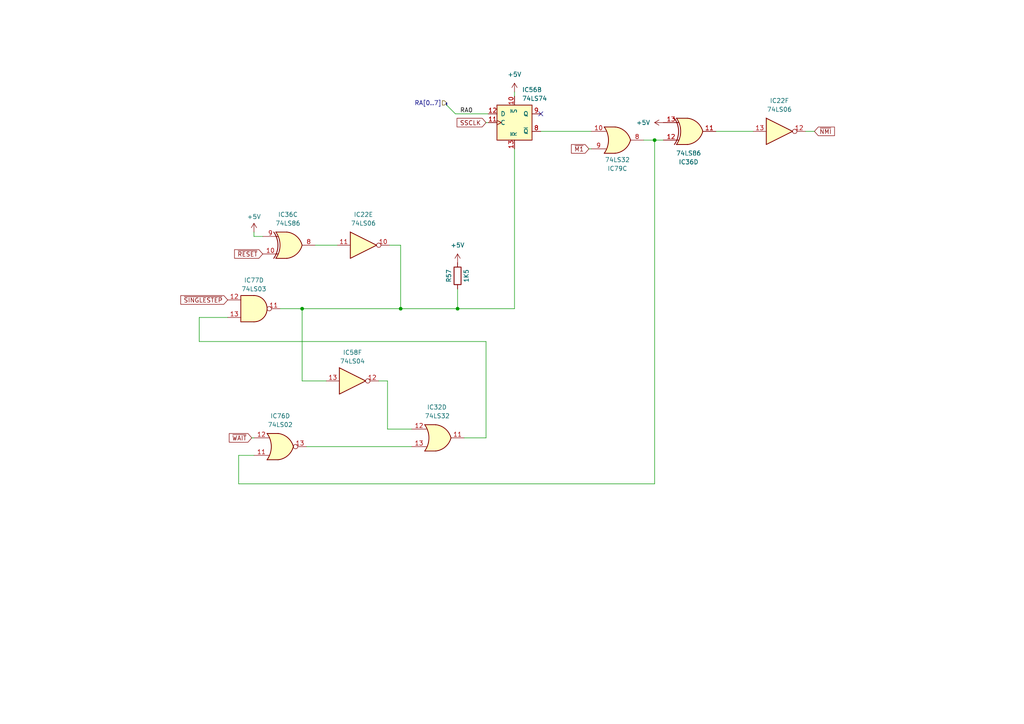
<source format=kicad_sch>
(kicad_sch (version 20230121) (generator eeschema)
  (paper "A4")
  (lib_symbols
    (symbol "74xx:74LS02" (pin_names (offset 1.016))
      (property "Reference" "U" (at 0 1.27 0))
      (property "Value" "74LS02" (at 0 -1.27 0))
      (symbol "74LS02_1_1"
        (arc (start -3.81 -3.81) (mid -2.589 0) (end -3.81 3.81) (stroke (width 0.254)))
        (arc (start -0.6096 -3.81) (mid 2.1842 -2.5851) (end 3.81 0) (stroke (width 0.254)) (fill (type background)))
        (polyline (pts (xy -3.81 -3.81) (xy -0.635 -3.81)) (stroke (width 0.254)) (fill (type background)))
        (polyline (pts (xy -3.81 3.81) (xy -0.635 3.81)) (stroke (width 0.254)) (fill (type background)))
        (polyline (pts (xy -0.635 3.81) (xy -3.81 3.81) (xy -3.81 3.81) (xy -3.556 3.4036) (xy -3.0226 2.2606) (xy -2.6924 1.0414) (xy -2.6162 -0.254) (xy -2.7686 -1.4986) (xy -3.175 -2.7178) (xy -3.81 -3.81) (xy -3.81 -3.81) (xy -0.635 -3.81)) (stroke (width -25.4)) (fill (type background)))
        (arc (start 3.81 0) (mid 2.1915 2.5936) (end -0.6096 3.81) (stroke (width 0.254)) (fill (type background)))
        (pin output inverted (at 7.62 0 180) (length 3.81) (name "~") (number "1"))
        (pin input line (at -7.62 2.54 0) (length 4.318) (name "~") (number "2"))
        (pin input line (at -7.62 -2.54 0) (length 4.318) (name "~") (number "3"))
      )
      (symbol "74LS02_1_2"
        (arc (start 0 -3.81) (mid 3.7934 0) (end 0 3.81) (stroke (width 0.254)) (fill (type background)))
        (polyline (pts (xy 0 3.81) (xy -3.81 3.81) (xy -3.81 -3.81) (xy 0 -3.81)) (stroke (width 0.254)) (fill (type background)))
        (pin output line (at 7.62 0 180) (length 3.81) (name "~") (number "1"))
        (pin input inverted (at -7.62 2.54 0) (length 3.81) (name "~") (number "2"))
        (pin input inverted (at -7.62 -2.54 0) (length 3.81) (name "~") (number "3"))
      )
      (symbol "74LS02_2_1"
        (arc (start -3.81 -3.81) (mid -2.589 0) (end -3.81 3.81) (stroke (width 0.254)))
        (arc (start -0.6096 -3.81) (mid 2.1842 -2.5851) (end 3.81 0) (stroke (width 0.254)) (fill (type background)))
        (polyline (pts (xy -3.81 -3.81) (xy -0.635 -3.81)) (stroke (width 0.254)) (fill (type background)))
        (polyline (pts (xy -3.81 3.81) (xy -0.635 3.81)) (stroke (width 0.254)) (fill (type background)))
        (polyline (pts (xy -0.635 3.81) (xy -3.81 3.81) (xy -3.81 3.81) (xy -3.556 3.4036) (xy -3.0226 2.2606) (xy -2.6924 1.0414) (xy -2.6162 -0.254) (xy -2.7686 -1.4986) (xy -3.175 -2.7178) (xy -3.81 -3.81) (xy -3.81 -3.81) (xy -0.635 -3.81)) (stroke (width -25.4)) (fill (type background)))
        (arc (start 3.81 0) (mid 2.1915 2.5936) (end -0.6096 3.81) (stroke (width 0.254)) (fill (type background)))
        (pin output inverted (at 7.62 0 180) (length 3.81) (name "~") (number "4"))
        (pin input line (at -7.62 2.54 0) (length 4.318) (name "~") (number "5"))
        (pin input line (at -7.62 -2.54 0) (length 4.318) (name "~") (number "6"))
      )
      (symbol "74LS02_2_2"
        (arc (start 0 -3.81) (mid 3.7934 0) (end 0 3.81) (stroke (width 0.254)) (fill (type background)))
        (polyline (pts (xy 0 3.81) (xy -3.81 3.81) (xy -3.81 -3.81) (xy 0 -3.81)) (stroke (width 0.254)) (fill (type background)))
        (pin output line (at 7.62 0 180) (length 3.81) (name "~") (number "4"))
        (pin input inverted (at -7.62 2.54 0) (length 3.81) (name "~") (number "5"))
        (pin input inverted (at -7.62 -2.54 0) (length 3.81) (name "~") (number "6"))
      )
      (symbol "74LS02_3_1"
        (arc (start -3.81 -3.81) (mid -2.589 0) (end -3.81 3.81) (stroke (width 0.254)))
        (arc (start -0.6096 -3.81) (mid 2.1842 -2.5851) (end 3.81 0) (stroke (width 0.254)) (fill (type background)))
        (polyline (pts (xy -3.81 -3.81) (xy -0.635 -3.81)) (stroke (width 0.254)) (fill (type background)))
        (polyline (pts (xy -3.81 3.81) (xy -0.635 3.81)) (stroke (width 0.254)) (fill (type background)))
        (polyline (pts (xy -0.635 3.81) (xy -3.81 3.81) (xy -3.81 3.81) (xy -3.556 3.4036) (xy -3.0226 2.2606) (xy -2.6924 1.0414) (xy -2.6162 -0.254) (xy -2.7686 -1.4986) (xy -3.175 -2.7178) (xy -3.81 -3.81) (xy -3.81 -3.81) (xy -0.635 -3.81)) (stroke (width -25.4)) (fill (type background)))
        (arc (start 3.81 0) (mid 2.1915 2.5936) (end -0.6096 3.81) (stroke (width 0.254)) (fill (type background)))
        (pin output inverted (at 7.62 0 180) (length 3.81) (name "~") (number "10"))
        (pin input line (at -7.62 2.54 0) (length 4.318) (name "~") (number "8"))
        (pin input line (at -7.62 -2.54 0) (length 4.318) (name "~") (number "9"))
      )
      (symbol "74LS02_3_2"
        (arc (start 0 -3.81) (mid 3.7934 0) (end 0 3.81) (stroke (width 0.254)) (fill (type background)))
        (polyline (pts (xy 0 3.81) (xy -3.81 3.81) (xy -3.81 -3.81) (xy 0 -3.81)) (stroke (width 0.254)) (fill (type background)))
        (pin output line (at 7.62 0 180) (length 3.81) (name "~") (number "10"))
        (pin input inverted (at -7.62 2.54 0) (length 3.81) (name "~") (number "8"))
        (pin input inverted (at -7.62 -2.54 0) (length 3.81) (name "~") (number "9"))
      )
      (symbol "74LS02_4_1"
        (arc (start -3.81 -3.81) (mid -2.589 0) (end -3.81 3.81) (stroke (width 0.254)))
        (arc (start -0.6096 -3.81) (mid 2.1842 -2.5851) (end 3.81 0) (stroke (width 0.254)) (fill (type background)))
        (polyline (pts (xy -3.81 -3.81) (xy -0.635 -3.81)) (stroke (width 0.254)) (fill (type background)))
        (polyline (pts (xy -3.81 3.81) (xy -0.635 3.81)) (stroke (width 0.254)) (fill (type background)))
        (polyline (pts (xy -0.635 3.81) (xy -3.81 3.81) (xy -3.81 3.81) (xy -3.556 3.4036) (xy -3.0226 2.2606) (xy -2.6924 1.0414) (xy -2.6162 -0.254) (xy -2.7686 -1.4986) (xy -3.175 -2.7178) (xy -3.81 -3.81) (xy -3.81 -3.81) (xy -0.635 -3.81)) (stroke (width -25.4)) (fill (type background)))
        (arc (start 3.81 0) (mid 2.1915 2.5936) (end -0.6096 3.81) (stroke (width 0.254)) (fill (type background)))
        (pin input line (at -7.62 2.54 0) (length 4.318) (name "~") (number "11"))
        (pin input line (at -7.62 -2.54 0) (length 4.318) (name "~") (number "12"))
        (pin output inverted (at 7.62 0 180) (length 3.81) (name "~") (number "13"))
      )
      (symbol "74LS02_4_2"
        (arc (start 0 -3.81) (mid 3.7934 0) (end 0 3.81) (stroke (width 0.254)) (fill (type background)))
        (polyline (pts (xy 0 3.81) (xy -3.81 3.81) (xy -3.81 -3.81) (xy 0 -3.81)) (stroke (width 0.254)) (fill (type background)))
        (pin input inverted (at -7.62 2.54 0) (length 3.81) (name "~") (number "11"))
        (pin input inverted (at -7.62 -2.54 0) (length 3.81) (name "~") (number "12"))
        (pin output line (at 7.62 0 180) (length 3.81) (name "~") (number "13"))
      )
      (symbol "74LS02_5_0"
        (pin power_in line (at 0 12.7 270) (length 5.08) (name "VCC") (number "14"))
        (pin power_in line (at 0 -12.7 90) (length 5.08) (name "GND") (number "7"))
      )
      (symbol "74LS02_5_1"
        (rectangle (start -5.08 7.62) (end 5.08 -7.62) (stroke (width 0.254)) (fill (type background)))
      )
    )
    (symbol "74xx:74LS03" (pin_names (offset 1.016))
      (property "Reference" "U" (at 0 1.27 0))
      (property "Value" "74LS03" (at 0 -1.27 0))
      (symbol "74LS03_1_1"
        (arc (start 0 -3.81) (mid 3.7934 0) (end 0 3.81) (stroke (width 0.254)) (fill (type background)))
        (polyline (pts (xy 0 3.81) (xy -3.81 3.81) (xy -3.81 -3.81) (xy 0 -3.81)) (stroke (width 0.254)) (fill (type background)))
        (pin input line (at -7.62 2.54 0) (length 3.81) (name "~") (number "1"))
        (pin input line (at -7.62 -2.54 0) (length 3.81) (name "~") (number "2"))
        (pin open_collector inverted (at 7.62 0 180) (length 3.81) (name "~") (number "3"))
      )
      (symbol "74LS03_1_2"
        (arc (start -3.81 -3.81) (mid -2.589 0) (end -3.81 3.81) (stroke (width 0.254)))
        (arc (start -0.6096 -3.81) (mid 2.1842 -2.5851) (end 3.81 0) (stroke (width 0.254)) (fill (type background)))
        (polyline (pts (xy -3.81 -3.81) (xy -0.635 -3.81)) (stroke (width 0.254)) (fill (type background)))
        (polyline (pts (xy -3.81 3.81) (xy -0.635 3.81)) (stroke (width 0.254)) (fill (type background)))
        (polyline (pts (xy -0.635 3.81) (xy -3.81 3.81) (xy -3.81 3.81) (xy -3.556 3.4036) (xy -3.0226 2.2606) (xy -2.6924 1.0414) (xy -2.6162 -0.254) (xy -2.7686 -1.4986) (xy -3.175 -2.7178) (xy -3.81 -3.81) (xy -3.81 -3.81) (xy -0.635 -3.81)) (stroke (width -25.4)) (fill (type background)))
        (arc (start 3.81 0) (mid 2.1915 2.5936) (end -0.6096 3.81) (stroke (width 0.254)) (fill (type background)))
        (pin input inverted (at -7.62 2.54 0) (length 4.318) (name "~") (number "1"))
        (pin input inverted (at -7.62 -2.54 0) (length 4.318) (name "~") (number "2"))
        (pin open_collector line (at 7.62 0 180) (length 3.81) (name "~") (number "3"))
      )
      (symbol "74LS03_2_1"
        (arc (start 0 -3.81) (mid 3.7934 0) (end 0 3.81) (stroke (width 0.254)) (fill (type background)))
        (polyline (pts (xy 0 3.81) (xy -3.81 3.81) (xy -3.81 -3.81) (xy 0 -3.81)) (stroke (width 0.254)) (fill (type background)))
        (pin input line (at -7.62 2.54 0) (length 3.81) (name "~") (number "4"))
        (pin input line (at -7.62 -2.54 0) (length 3.81) (name "~") (number "5"))
        (pin open_collector inverted (at 7.62 0 180) (length 3.81) (name "~") (number "6"))
      )
      (symbol "74LS03_2_2"
        (arc (start -3.81 -3.81) (mid -2.589 0) (end -3.81 3.81) (stroke (width 0.254)))
        (arc (start -0.6096 -3.81) (mid 2.1842 -2.5851) (end 3.81 0) (stroke (width 0.254)) (fill (type background)))
        (polyline (pts (xy -3.81 -3.81) (xy -0.635 -3.81)) (stroke (width 0.254)) (fill (type background)))
        (polyline (pts (xy -3.81 3.81) (xy -0.635 3.81)) (stroke (width 0.254)) (fill (type background)))
        (polyline (pts (xy -0.635 3.81) (xy -3.81 3.81) (xy -3.81 3.81) (xy -3.556 3.4036) (xy -3.0226 2.2606) (xy -2.6924 1.0414) (xy -2.6162 -0.254) (xy -2.7686 -1.4986) (xy -3.175 -2.7178) (xy -3.81 -3.81) (xy -3.81 -3.81) (xy -0.635 -3.81)) (stroke (width -25.4)) (fill (type background)))
        (arc (start 3.81 0) (mid 2.1915 2.5936) (end -0.6096 3.81) (stroke (width 0.254)) (fill (type background)))
        (pin input inverted (at -7.62 2.54 0) (length 4.318) (name "~") (number "4"))
        (pin input inverted (at -7.62 -2.54 0) (length 4.318) (name "~") (number "5"))
        (pin open_collector line (at 7.62 0 180) (length 3.81) (name "~") (number "6"))
      )
      (symbol "74LS03_3_1"
        (arc (start 0 -3.81) (mid 3.7934 0) (end 0 3.81) (stroke (width 0.254)) (fill (type background)))
        (polyline (pts (xy 0 3.81) (xy -3.81 3.81) (xy -3.81 -3.81) (xy 0 -3.81)) (stroke (width 0.254)) (fill (type background)))
        (pin input line (at -7.62 -2.54 0) (length 3.81) (name "~") (number "10"))
        (pin open_collector inverted (at 7.62 0 180) (length 3.81) (name "~") (number "8"))
        (pin input line (at -7.62 2.54 0) (length 3.81) (name "~") (number "9"))
      )
      (symbol "74LS03_3_2"
        (arc (start -3.81 -3.81) (mid -2.589 0) (end -3.81 3.81) (stroke (width 0.254)))
        (arc (start -0.6096 -3.81) (mid 2.1842 -2.5851) (end 3.81 0) (stroke (width 0.254)) (fill (type background)))
        (polyline (pts (xy -3.81 -3.81) (xy -0.635 -3.81)) (stroke (width 0.254)) (fill (type background)))
        (polyline (pts (xy -3.81 3.81) (xy -0.635 3.81)) (stroke (width 0.254)) (fill (type background)))
        (polyline (pts (xy -0.635 3.81) (xy -3.81 3.81) (xy -3.81 3.81) (xy -3.556 3.4036) (xy -3.0226 2.2606) (xy -2.6924 1.0414) (xy -2.6162 -0.254) (xy -2.7686 -1.4986) (xy -3.175 -2.7178) (xy -3.81 -3.81) (xy -3.81 -3.81) (xy -0.635 -3.81)) (stroke (width -25.4)) (fill (type background)))
        (arc (start 3.81 0) (mid 2.1915 2.5936) (end -0.6096 3.81) (stroke (width 0.254)) (fill (type background)))
        (pin input inverted (at -7.62 -2.54 0) (length 4.318) (name "~") (number "10"))
        (pin open_collector line (at 7.62 0 180) (length 3.81) (name "~") (number "8"))
        (pin input inverted (at -7.62 2.54 0) (length 4.318) (name "~") (number "9"))
      )
      (symbol "74LS03_4_1"
        (arc (start 0 -3.81) (mid 3.7934 0) (end 0 3.81) (stroke (width 0.254)) (fill (type background)))
        (polyline (pts (xy 0 3.81) (xy -3.81 3.81) (xy -3.81 -3.81) (xy 0 -3.81)) (stroke (width 0.254)) (fill (type background)))
        (pin open_collector inverted (at 7.62 0 180) (length 3.81) (name "~") (number "11"))
        (pin input line (at -7.62 2.54 0) (length 3.81) (name "~") (number "12"))
        (pin input line (at -7.62 -2.54 0) (length 3.81) (name "~") (number "13"))
      )
      (symbol "74LS03_4_2"
        (arc (start -3.81 -3.81) (mid -2.589 0) (end -3.81 3.81) (stroke (width 0.254)))
        (arc (start -0.6096 -3.81) (mid 2.1842 -2.5851) (end 3.81 0) (stroke (width 0.254)) (fill (type background)))
        (polyline (pts (xy -3.81 -3.81) (xy -0.635 -3.81)) (stroke (width 0.254)) (fill (type background)))
        (polyline (pts (xy -3.81 3.81) (xy -0.635 3.81)) (stroke (width 0.254)) (fill (type background)))
        (polyline (pts (xy -0.635 3.81) (xy -3.81 3.81) (xy -3.81 3.81) (xy -3.556 3.4036) (xy -3.0226 2.2606) (xy -2.6924 1.0414) (xy -2.6162 -0.254) (xy -2.7686 -1.4986) (xy -3.175 -2.7178) (xy -3.81 -3.81) (xy -3.81 -3.81) (xy -0.635 -3.81)) (stroke (width -25.4)) (fill (type background)))
        (arc (start 3.81 0) (mid 2.1915 2.5936) (end -0.6096 3.81) (stroke (width 0.254)) (fill (type background)))
        (pin open_collector line (at 7.62 0 180) (length 3.81) (name "~") (number "11"))
        (pin input inverted (at -7.62 2.54 0) (length 4.318) (name "~") (number "12"))
        (pin input inverted (at -7.62 -2.54 0) (length 4.318) (name "~") (number "13"))
      )
      (symbol "74LS03_5_0"
        (pin power_in line (at 0 12.7 270) (length 5.08) (name "VCC") (number "14"))
        (pin power_in line (at 0 -12.7 90) (length 5.08) (name "GND") (number "7"))
      )
      (symbol "74LS03_5_1"
        (rectangle (start -5.08 7.62) (end 5.08 -7.62) (stroke (width 0.254)) (fill (type background)))
      )
    )
    (symbol "74xx:74LS04"
      (property "Reference" "U" (at 0 1.27 0))
      (property "Value" "74LS04" (at 0 -1.27 0))
      (symbol "74LS04_1_0"
        (polyline (pts (xy -3.81 3.81) (xy -3.81 -3.81) (xy 3.81 0) (xy -3.81 3.81)) (stroke (width 0.254)) (fill (type background)))
        (pin input line (at -7.62 0 0) (length 3.81) (name "~") (number "1"))
        (pin output inverted (at 7.62 0 180) (length 3.81) (name "~") (number "2"))
      )
      (symbol "74LS04_2_0"
        (polyline (pts (xy -3.81 3.81) (xy -3.81 -3.81) (xy 3.81 0) (xy -3.81 3.81)) (stroke (width 0.254)) (fill (type background)))
        (pin input line (at -7.62 0 0) (length 3.81) (name "~") (number "3"))
        (pin output inverted (at 7.62 0 180) (length 3.81) (name "~") (number "4"))
      )
      (symbol "74LS04_3_0"
        (polyline (pts (xy -3.81 3.81) (xy -3.81 -3.81) (xy 3.81 0) (xy -3.81 3.81)) (stroke (width 0.254)) (fill (type background)))
        (pin input line (at -7.62 0 0) (length 3.81) (name "~") (number "5"))
        (pin output inverted (at 7.62 0 180) (length 3.81) (name "~") (number "6"))
      )
      (symbol "74LS04_4_0"
        (polyline (pts (xy -3.81 3.81) (xy -3.81 -3.81) (xy 3.81 0) (xy -3.81 3.81)) (stroke (width 0.254)) (fill (type background)))
        (pin output inverted (at 7.62 0 180) (length 3.81) (name "~") (number "8"))
        (pin input line (at -7.62 0 0) (length 3.81) (name "~") (number "9"))
      )
      (symbol "74LS04_5_0"
        (polyline (pts (xy -3.81 3.81) (xy -3.81 -3.81) (xy 3.81 0) (xy -3.81 3.81)) (stroke (width 0.254)) (fill (type background)))
        (pin output inverted (at 7.62 0 180) (length 3.81) (name "~") (number "10"))
        (pin input line (at -7.62 0 0) (length 3.81) (name "~") (number "11"))
      )
      (symbol "74LS04_6_0"
        (polyline (pts (xy -3.81 3.81) (xy -3.81 -3.81) (xy 3.81 0) (xy -3.81 3.81)) (stroke (width 0.254)) (fill (type background)))
        (pin output inverted (at 7.62 0 180) (length 3.81) (name "~") (number "12"))
        (pin input line (at -7.62 0 0) (length 3.81) (name "~") (number "13"))
      )
      (symbol "74LS04_7_0"
        (pin power_in line (at 0 12.7 270) (length 5.08) (name "VCC") (number "14"))
        (pin power_in line (at 0 -12.7 90) (length 5.08) (name "GND") (number "7"))
      )
      (symbol "74LS04_7_1"
        (rectangle (start -5.08 7.62) (end 5.08 -7.62) (stroke (width 0.254)) (fill (type background)))
      )
    )
    (symbol "74xx:74LS06" (pin_names (offset 1.016))
      (property "Reference" "U" (at 0 1.27 0))
      (property "Value" "74LS06" (at 0 -1.27 0))
      (symbol "74LS06_1_0"
        (polyline (pts (xy -3.81 3.81) (xy -3.81 -3.81) (xy 3.81 0) (xy -3.81 3.81)) (stroke (width 0.254)) (fill (type background)))
        (pin input line (at -7.62 0 0) (length 3.81) (name "~") (number "1"))
        (pin open_collector inverted (at 7.62 0 180) (length 3.81) (name "~") (number "2"))
      )
      (symbol "74LS06_2_0"
        (polyline (pts (xy -3.81 3.81) (xy -3.81 -3.81) (xy 3.81 0) (xy -3.81 3.81)) (stroke (width 0.254)) (fill (type background)))
        (pin input line (at -7.62 0 0) (length 3.81) (name "~") (number "3"))
        (pin open_collector inverted (at 7.62 0 180) (length 3.81) (name "~") (number "4"))
      )
      (symbol "74LS06_3_0"
        (polyline (pts (xy -3.81 3.81) (xy -3.81 -3.81) (xy 3.81 0) (xy -3.81 3.81)) (stroke (width 0.254)) (fill (type background)))
        (pin input line (at -7.62 0 0) (length 3.81) (name "~") (number "5"))
        (pin open_collector inverted (at 7.62 0 180) (length 3.81) (name "~") (number "6"))
      )
      (symbol "74LS06_4_0"
        (polyline (pts (xy -3.81 3.81) (xy -3.81 -3.81) (xy 3.81 0) (xy -3.81 3.81)) (stroke (width 0.254)) (fill (type background)))
        (pin open_collector inverted (at 7.62 0 180) (length 3.81) (name "~") (number "8"))
        (pin input line (at -7.62 0 0) (length 3.81) (name "~") (number "9"))
      )
      (symbol "74LS06_5_0"
        (polyline (pts (xy -3.81 3.81) (xy -3.81 -3.81) (xy 3.81 0) (xy -3.81 3.81)) (stroke (width 0.254)) (fill (type background)))
        (pin open_collector inverted (at 7.62 0 180) (length 3.81) (name "~") (number "10"))
        (pin input line (at -7.62 0 0) (length 3.81) (name "~") (number "11"))
      )
      (symbol "74LS06_6_0"
        (polyline (pts (xy -3.81 3.81) (xy -3.81 -3.81) (xy 3.81 0) (xy -3.81 3.81)) (stroke (width 0.254)) (fill (type background)))
        (pin open_collector inverted (at 7.62 0 180) (length 3.81) (name "~") (number "12"))
        (pin input line (at -7.62 0 0) (length 3.81) (name "~") (number "13"))
      )
      (symbol "74LS06_7_0"
        (pin power_in line (at 0 12.7 270) (length 5.08) (name "VCC") (number "14"))
        (pin power_in line (at 0 -12.7 90) (length 5.08) (name "GND") (number "7"))
      )
      (symbol "74LS06_7_1"
        (rectangle (start -5.08 7.62) (end 5.08 -7.62) (stroke (width 0.254)) (fill (type background)))
      )
    )
    (symbol "74xx:74LS32" (pin_names (offset 1.016))
      (property "Reference" "U" (at 0 1.27 0))
      (property "Value" "74LS32" (at 0 -1.27 0))
      (symbol "74LS32_1_1"
        (arc (start -3.81 -3.81) (mid -2.589 0) (end -3.81 3.81) (stroke (width 0.254)))
        (arc (start -0.6096 -3.81) (mid 2.1842 -2.5851) (end 3.81 0) (stroke (width 0.254)) (fill (type background)))
        (polyline (pts (xy -3.81 -3.81) (xy -0.635 -3.81)) (stroke (width 0.254)) (fill (type background)))
        (polyline (pts (xy -3.81 3.81) (xy -0.635 3.81)) (stroke (width 0.254)) (fill (type background)))
        (polyline (pts (xy -0.635 3.81) (xy -3.81 3.81) (xy -3.81 3.81) (xy -3.556 3.4036) (xy -3.0226 2.2606) (xy -2.6924 1.0414) (xy -2.6162 -0.254) (xy -2.7686 -1.4986) (xy -3.175 -2.7178) (xy -3.81 -3.81) (xy -3.81 -3.81) (xy -0.635 -3.81)) (stroke (width -25.4)) (fill (type background)))
        (arc (start 3.81 0) (mid 2.1915 2.5936) (end -0.6096 3.81) (stroke (width 0.254)) (fill (type background)))
        (pin input line (at -7.62 2.54 0) (length 4.318) (name "~") (number "1"))
        (pin input line (at -7.62 -2.54 0) (length 4.318) (name "~") (number "2"))
        (pin output line (at 7.62 0 180) (length 3.81) (name "~") (number "3"))
      )
      (symbol "74LS32_1_2"
        (arc (start 0 -3.81) (mid 3.7934 0) (end 0 3.81) (stroke (width 0.254)) (fill (type background)))
        (polyline (pts (xy 0 3.81) (xy -3.81 3.81) (xy -3.81 -3.81) (xy 0 -3.81)) (stroke (width 0.254)) (fill (type background)))
        (pin input inverted (at -7.62 2.54 0) (length 3.81) (name "~") (number "1"))
        (pin input inverted (at -7.62 -2.54 0) (length 3.81) (name "~") (number "2"))
        (pin output inverted (at 7.62 0 180) (length 3.81) (name "~") (number "3"))
      )
      (symbol "74LS32_2_1"
        (arc (start -3.81 -3.81) (mid -2.589 0) (end -3.81 3.81) (stroke (width 0.254)))
        (arc (start -0.6096 -3.81) (mid 2.1842 -2.5851) (end 3.81 0) (stroke (width 0.254)) (fill (type background)))
        (polyline (pts (xy -3.81 -3.81) (xy -0.635 -3.81)) (stroke (width 0.254)) (fill (type background)))
        (polyline (pts (xy -3.81 3.81) (xy -0.635 3.81)) (stroke (width 0.254)) (fill (type background)))
        (polyline (pts (xy -0.635 3.81) (xy -3.81 3.81) (xy -3.81 3.81) (xy -3.556 3.4036) (xy -3.0226 2.2606) (xy -2.6924 1.0414) (xy -2.6162 -0.254) (xy -2.7686 -1.4986) (xy -3.175 -2.7178) (xy -3.81 -3.81) (xy -3.81 -3.81) (xy -0.635 -3.81)) (stroke (width -25.4)) (fill (type background)))
        (arc (start 3.81 0) (mid 2.1915 2.5936) (end -0.6096 3.81) (stroke (width 0.254)) (fill (type background)))
        (pin input line (at -7.62 2.54 0) (length 4.318) (name "~") (number "4"))
        (pin input line (at -7.62 -2.54 0) (length 4.318) (name "~") (number "5"))
        (pin output line (at 7.62 0 180) (length 3.81) (name "~") (number "6"))
      )
      (symbol "74LS32_2_2"
        (arc (start 0 -3.81) (mid 3.7934 0) (end 0 3.81) (stroke (width 0.254)) (fill (type background)))
        (polyline (pts (xy 0 3.81) (xy -3.81 3.81) (xy -3.81 -3.81) (xy 0 -3.81)) (stroke (width 0.254)) (fill (type background)))
        (pin input inverted (at -7.62 2.54 0) (length 3.81) (name "~") (number "4"))
        (pin input inverted (at -7.62 -2.54 0) (length 3.81) (name "~") (number "5"))
        (pin output inverted (at 7.62 0 180) (length 3.81) (name "~") (number "6"))
      )
      (symbol "74LS32_3_1"
        (arc (start -3.81 -3.81) (mid -2.589 0) (end -3.81 3.81) (stroke (width 0.254)))
        (arc (start -0.6096 -3.81) (mid 2.1842 -2.5851) (end 3.81 0) (stroke (width 0.254)) (fill (type background)))
        (polyline (pts (xy -3.81 -3.81) (xy -0.635 -3.81)) (stroke (width 0.254)) (fill (type background)))
        (polyline (pts (xy -3.81 3.81) (xy -0.635 3.81)) (stroke (width 0.254)) (fill (type background)))
        (polyline (pts (xy -0.635 3.81) (xy -3.81 3.81) (xy -3.81 3.81) (xy -3.556 3.4036) (xy -3.0226 2.2606) (xy -2.6924 1.0414) (xy -2.6162 -0.254) (xy -2.7686 -1.4986) (xy -3.175 -2.7178) (xy -3.81 -3.81) (xy -3.81 -3.81) (xy -0.635 -3.81)) (stroke (width -25.4)) (fill (type background)))
        (arc (start 3.81 0) (mid 2.1915 2.5936) (end -0.6096 3.81) (stroke (width 0.254)) (fill (type background)))
        (pin input line (at -7.62 -2.54 0) (length 4.318) (name "~") (number "10"))
        (pin output line (at 7.62 0 180) (length 3.81) (name "~") (number "8"))
        (pin input line (at -7.62 2.54 0) (length 4.318) (name "~") (number "9"))
      )
      (symbol "74LS32_3_2"
        (arc (start 0 -3.81) (mid 3.7934 0) (end 0 3.81) (stroke (width 0.254)) (fill (type background)))
        (polyline (pts (xy 0 3.81) (xy -3.81 3.81) (xy -3.81 -3.81) (xy 0 -3.81)) (stroke (width 0.254)) (fill (type background)))
        (pin input inverted (at -7.62 -2.54 0) (length 3.81) (name "~") (number "10"))
        (pin output inverted (at 7.62 0 180) (length 3.81) (name "~") (number "8"))
        (pin input inverted (at -7.62 2.54 0) (length 3.81) (name "~") (number "9"))
      )
      (symbol "74LS32_4_1"
        (arc (start -3.81 -3.81) (mid -2.589 0) (end -3.81 3.81) (stroke (width 0.254)))
        (arc (start -0.6096 -3.81) (mid 2.1842 -2.5851) (end 3.81 0) (stroke (width 0.254)) (fill (type background)))
        (polyline (pts (xy -3.81 -3.81) (xy -0.635 -3.81)) (stroke (width 0.254)) (fill (type background)))
        (polyline (pts (xy -3.81 3.81) (xy -0.635 3.81)) (stroke (width 0.254)) (fill (type background)))
        (polyline (pts (xy -0.635 3.81) (xy -3.81 3.81) (xy -3.81 3.81) (xy -3.556 3.4036) (xy -3.0226 2.2606) (xy -2.6924 1.0414) (xy -2.6162 -0.254) (xy -2.7686 -1.4986) (xy -3.175 -2.7178) (xy -3.81 -3.81) (xy -3.81 -3.81) (xy -0.635 -3.81)) (stroke (width -25.4)) (fill (type background)))
        (arc (start 3.81 0) (mid 2.1915 2.5936) (end -0.6096 3.81) (stroke (width 0.254)) (fill (type background)))
        (pin output line (at 7.62 0 180) (length 3.81) (name "~") (number "11"))
        (pin input line (at -7.62 2.54 0) (length 4.318) (name "~") (number "12"))
        (pin input line (at -7.62 -2.54 0) (length 4.318) (name "~") (number "13"))
      )
      (symbol "74LS32_4_2"
        (arc (start 0 -3.81) (mid 3.7934 0) (end 0 3.81) (stroke (width 0.254)) (fill (type background)))
        (polyline (pts (xy 0 3.81) (xy -3.81 3.81) (xy -3.81 -3.81) (xy 0 -3.81)) (stroke (width 0.254)) (fill (type background)))
        (pin output inverted (at 7.62 0 180) (length 3.81) (name "~") (number "11"))
        (pin input inverted (at -7.62 2.54 0) (length 3.81) (name "~") (number "12"))
        (pin input inverted (at -7.62 -2.54 0) (length 3.81) (name "~") (number "13"))
      )
      (symbol "74LS32_5_0"
        (pin power_in line (at 0 12.7 270) (length 5.08) (name "VCC") (number "14"))
        (pin power_in line (at 0 -12.7 90) (length 5.08) (name "GND") (number "7"))
      )
      (symbol "74LS32_5_1"
        (rectangle (start -5.08 7.62) (end 5.08 -7.62) (stroke (width 0.254)) (fill (type background)))
      )
    )
    (symbol "74xx:74LS74" (pin_names (offset 1.016))
      (property "Reference" "U" (at -7.62 8.89 0))
      (property "Value" "74LS74" (at -7.62 -8.89 0))
      (symbol "74LS74_1_0"
        (pin input line (at 0 -7.62 90) (length 2.54) (name "~{R}") (number "1"))
        (pin input line (at -7.62 2.54 0) (length 2.54) (name "D") (number "2"))
        (pin input clock (at -7.62 0 0) (length 2.54) (name "C") (number "3"))
        (pin input line (at 0 7.62 270) (length 2.54) (name "~{S}") (number "4"))
        (pin output line (at 7.62 2.54 180) (length 2.54) (name "Q") (number "5"))
        (pin output line (at 7.62 -2.54 180) (length 2.54) (name "~{Q}") (number "6"))
      )
      (symbol "74LS74_1_1"
        (rectangle (start -5.08 5.08) (end 5.08 -5.08) (stroke (width 0.254)) (fill (type background)))
      )
      (symbol "74LS74_2_0"
        (pin input line (at 0 7.62 270) (length 2.54) (name "~{S}") (number "10"))
        (pin input clock (at -7.62 0 0) (length 2.54) (name "C") (number "11"))
        (pin input line (at -7.62 2.54 0) (length 2.54) (name "D") (number "12"))
        (pin input line (at 0 -7.62 90) (length 2.54) (name "~{R}") (number "13"))
        (pin output line (at 7.62 -2.54 180) (length 2.54) (name "~{Q}") (number "8"))
        (pin output line (at 7.62 2.54 180) (length 2.54) (name "Q") (number "9"))
      )
      (symbol "74LS74_2_1"
        (rectangle (start -5.08 5.08) (end 5.08 -5.08) (stroke (width 0.254)) (fill (type background)))
      )
      (symbol "74LS74_3_0"
        (pin power_in line (at 0 10.16 270) (length 2.54) (name "VCC") (number "14"))
        (pin power_in line (at 0 -10.16 90) (length 2.54) (name "GND") (number "7"))
      )
      (symbol "74LS74_3_1"
        (rectangle (start -5.08 7.62) (end 5.08 -7.62) (stroke (width 0.254)) (fill (type background)))
      )
    )
    (symbol "74xx:74LS86" (pin_names (offset 1.016))
      (property "Reference" "U" (at 0 1.27 0))
      (property "Value" "74LS86" (at 0 -1.27 0))
      (symbol "74LS86_1_0"
        (arc (start -4.4196 -3.81) (mid -3.2033 0) (end -4.4196 3.81) (stroke (width 0.254)))
        (arc (start -3.81 -3.81) (mid -2.589 0) (end -3.81 3.81) (stroke (width 0.254)))
        (arc (start -0.6096 -3.81) (mid 2.1842 -2.5851) (end 3.81 0) (stroke (width 0.254)) (fill (type background)))
        (polyline (pts (xy -3.81 -3.81) (xy -0.635 -3.81)) (stroke (width 0.254)) (fill (type background)))
        (polyline (pts (xy -3.81 3.81) (xy -0.635 3.81)) (stroke (width 0.254)) (fill (type background)))
        (polyline (pts (xy -0.635 3.81) (xy -3.81 3.81) (xy -3.81 3.81) (xy -3.556 3.4036) (xy -3.0226 2.2606) (xy -2.6924 1.0414) (xy -2.6162 -0.254) (xy -2.7686 -1.4986) (xy -3.175 -2.7178) (xy -3.81 -3.81) (xy -3.81 -3.81) (xy -0.635 -3.81)) (stroke (width -25.4)) (fill (type background)))
        (arc (start 3.81 0) (mid 2.1915 2.5936) (end -0.6096 3.81) (stroke (width 0.254)) (fill (type background)))
        (pin input line (at -7.62 2.54 0) (length 4.445) (name "~") (number "1"))
        (pin input line (at -7.62 -2.54 0) (length 4.445) (name "~") (number "2"))
        (pin output line (at 7.62 0 180) (length 3.81) (name "~") (number "3"))
      )
      (symbol "74LS86_1_1"
        (polyline (pts (xy -3.81 -2.54) (xy -3.175 -2.54)) (stroke (width 0.1524)))
        (polyline (pts (xy -3.81 2.54) (xy -3.175 2.54)) (stroke (width 0.1524)))
      )
      (symbol "74LS86_2_0"
        (arc (start -4.4196 -3.81) (mid -3.2033 0) (end -4.4196 3.81) (stroke (width 0.254)))
        (arc (start -3.81 -3.81) (mid -2.589 0) (end -3.81 3.81) (stroke (width 0.254)))
        (arc (start -0.6096 -3.81) (mid 2.1842 -2.5851) (end 3.81 0) (stroke (width 0.254)) (fill (type background)))
        (polyline (pts (xy -3.81 -3.81) (xy -0.635 -3.81)) (stroke (width 0.254)) (fill (type background)))
        (polyline (pts (xy -3.81 3.81) (xy -0.635 3.81)) (stroke (width 0.254)) (fill (type background)))
        (polyline (pts (xy -0.635 3.81) (xy -3.81 3.81) (xy -3.81 3.81) (xy -3.556 3.4036) (xy -3.0226 2.2606) (xy -2.6924 1.0414) (xy -2.6162 -0.254) (xy -2.7686 -1.4986) (xy -3.175 -2.7178) (xy -3.81 -3.81) (xy -3.81 -3.81) (xy -0.635 -3.81)) (stroke (width -25.4)) (fill (type background)))
        (arc (start 3.81 0) (mid 2.1915 2.5936) (end -0.6096 3.81) (stroke (width 0.254)) (fill (type background)))
        (pin input line (at -7.62 2.54 0) (length 4.445) (name "~") (number "4"))
        (pin input line (at -7.62 -2.54 0) (length 4.445) (name "~") (number "5"))
        (pin output line (at 7.62 0 180) (length 3.81) (name "~") (number "6"))
      )
      (symbol "74LS86_2_1"
        (polyline (pts (xy -3.81 -2.54) (xy -3.175 -2.54)) (stroke (width 0.1524)))
        (polyline (pts (xy -3.81 2.54) (xy -3.175 2.54)) (stroke (width 0.1524)))
      )
      (symbol "74LS86_3_0"
        (arc (start -4.4196 -3.81) (mid -3.2033 0) (end -4.4196 3.81) (stroke (width 0.254)))
        (arc (start -3.81 -3.81) (mid -2.589 0) (end -3.81 3.81) (stroke (width 0.254)))
        (arc (start -0.6096 -3.81) (mid 2.1842 -2.5851) (end 3.81 0) (stroke (width 0.254)) (fill (type background)))
        (polyline (pts (xy -3.81 -3.81) (xy -0.635 -3.81)) (stroke (width 0.254)) (fill (type background)))
        (polyline (pts (xy -3.81 3.81) (xy -0.635 3.81)) (stroke (width 0.254)) (fill (type background)))
        (polyline (pts (xy -0.635 3.81) (xy -3.81 3.81) (xy -3.81 3.81) (xy -3.556 3.4036) (xy -3.0226 2.2606) (xy -2.6924 1.0414) (xy -2.6162 -0.254) (xy -2.7686 -1.4986) (xy -3.175 -2.7178) (xy -3.81 -3.81) (xy -3.81 -3.81) (xy -0.635 -3.81)) (stroke (width -25.4)) (fill (type background)))
        (arc (start 3.81 0) (mid 2.1915 2.5936) (end -0.6096 3.81) (stroke (width 0.254)) (fill (type background)))
        (pin input line (at -7.62 -2.54 0) (length 4.445) (name "~") (number "10"))
        (pin output line (at 7.62 0 180) (length 3.81) (name "~") (number "8"))
        (pin input line (at -7.62 2.54 0) (length 4.445) (name "~") (number "9"))
      )
      (symbol "74LS86_3_1"
        (polyline (pts (xy -3.81 -2.54) (xy -3.175 -2.54)) (stroke (width 0.1524)))
        (polyline (pts (xy -3.81 2.54) (xy -3.175 2.54)) (stroke (width 0.1524)))
      )
      (symbol "74LS86_4_0"
        (arc (start -4.4196 -3.81) (mid -3.2033 0) (end -4.4196 3.81) (stroke (width 0.254)))
        (arc (start -3.81 -3.81) (mid -2.589 0) (end -3.81 3.81) (stroke (width 0.254)))
        (arc (start -0.6096 -3.81) (mid 2.1842 -2.5851) (end 3.81 0) (stroke (width 0.254)) (fill (type background)))
        (polyline (pts (xy -3.81 -3.81) (xy -0.635 -3.81)) (stroke (width 0.254)) (fill (type background)))
        (polyline (pts (xy -3.81 3.81) (xy -0.635 3.81)) (stroke (width 0.254)) (fill (type background)))
        (polyline (pts (xy -0.635 3.81) (xy -3.81 3.81) (xy -3.81 3.81) (xy -3.556 3.4036) (xy -3.0226 2.2606) (xy -2.6924 1.0414) (xy -2.6162 -0.254) (xy -2.7686 -1.4986) (xy -3.175 -2.7178) (xy -3.81 -3.81) (xy -3.81 -3.81) (xy -0.635 -3.81)) (stroke (width -25.4)) (fill (type background)))
        (arc (start 3.81 0) (mid 2.1915 2.5936) (end -0.6096 3.81) (stroke (width 0.254)) (fill (type background)))
        (pin output line (at 7.62 0 180) (length 3.81) (name "~") (number "11"))
        (pin input line (at -7.62 2.54 0) (length 4.445) (name "~") (number "12"))
        (pin input line (at -7.62 -2.54 0) (length 4.445) (name "~") (number "13"))
      )
      (symbol "74LS86_4_1"
        (polyline (pts (xy -3.81 -2.54) (xy -3.175 -2.54)) (stroke (width 0.1524)))
        (polyline (pts (xy -3.81 2.54) (xy -3.175 2.54)) (stroke (width 0.1524)))
      )
      (symbol "74LS86_5_0"
        (pin power_in line (at 0 12.7 270) (length 5.08) (name "VCC") (number "14"))
        (pin power_in line (at 0 -12.7 90) (length 5.08) (name "GND") (number "7"))
      )
      (symbol "74LS86_5_1"
        (rectangle (start -5.08 7.62) (end 5.08 -7.62) (stroke (width 0.254)) (fill (type background)))
      )
    )
    (symbol "Device:R" (pin_numbers hide) (pin_names (offset 0))
      (property "Reference" "R" (at 2.032 0 90))
      (property "Value" "R" (at 0 0 90))
      (symbol "R_0_1"
        (rectangle (start -1.016 -2.54) (end 1.016 2.54) (stroke (width 0.254)))
      )
      (symbol "R_1_1"
        (pin passive line (at 0 3.81 270) (length 1.27) (name "~") (number "1"))
        (pin passive line (at 0 -3.81 90) (length 1.27) (name "~") (number "2"))
      )
    )
    (symbol "power:+5V" (power) (pin_names (offset 0))
      (property "Value" "+5V" (at 0 3.556 0))
      (symbol "+5V_0_1"
        (polyline (pts (xy -0.762 1.27) (xy 0 2.54)))
        (polyline (pts (xy 0 0) (xy 0 2.54)))
        (polyline (pts (xy 0 2.54) (xy 0.762 1.27)))
      )
      (symbol "+5V_1_1"
        (pin power_in line (at 0 0 90) (length 0) hide (name "+5V") (number "1"))
      )
    )
  )
  (junction (at 189.865 40.64))
  (junction (at 116.205 89.535))
  (junction (at 132.715 89.535))
  (junction (at 87.63 89.535))
  (no_connect (at 156.845 33.02))
  (bus_entry (at 132.08 33.02) (size -2.54 -2.54))
  (wire (pts (xy 149.225 43.18) (xy 149.225 89.535)))
  (wire (pts (xy 192.405 40.64) (xy 189.865 40.64)))
  (wire (pts (xy 189.865 40.64) (xy 186.69 40.64)))
  (wire (pts (xy 112.395 124.46) (xy 112.395 110.49)))
  (wire (pts (xy 171.45 38.1) (xy 156.845 38.1)))
  (wire (pts (xy 134.62 127) (xy 140.97 127)))
  (wire (pts (xy 132.08 33.02) (xy 141.605 33.02)))
  (wire (pts (xy 94.615 110.49) (xy 87.63 110.49)))
  (wire (pts (xy 116.205 71.12) (xy 113.03 71.12)))
  (wire (pts (xy 69.215 132.08) (xy 73.66 132.08)))
  (wire (pts (xy 236.22 38.1) (xy 233.68 38.1)))
  (wire (pts (xy 140.97 35.56) (xy 141.605 35.56)))
  (wire (pts (xy 81.28 89.535) (xy 87.63 89.535)))
  (wire (pts (xy 132.715 83.82) (xy 132.715 89.535)))
  (wire (pts (xy 112.395 110.49) (xy 109.855 110.49)))
  (wire (pts (xy 87.63 89.535) (xy 116.205 89.535)))
  (wire (pts (xy 119.38 124.46) (xy 112.395 124.46)))
  (wire (pts (xy 170.815 43.18) (xy 171.45 43.18)))
  (wire (pts (xy 207.645 38.1) (xy 218.44 38.1)))
  (wire (pts (xy 132.715 89.535) (xy 149.225 89.535)))
  (wire (pts (xy 73.025 127) (xy 73.66 127)))
  (wire (pts (xy 116.205 71.12) (xy 116.205 89.535)))
  (wire (pts (xy 57.785 99.06) (xy 57.785 92.075)))
  (wire (pts (xy 73.66 67.31) (xy 73.66 68.58)))
  (wire (pts (xy 189.865 140.335) (xy 69.215 140.335)))
  (wire (pts (xy 73.66 68.58) (xy 76.2 68.58)))
  (wire (pts (xy 97.79 71.12) (xy 91.44 71.12)))
  (wire (pts (xy 149.225 26.67) (xy 149.225 27.94)))
  (wire (pts (xy 116.205 89.535) (xy 132.715 89.535)))
  (wire (pts (xy 140.97 127) (xy 140.97 99.06)))
  (wire (pts (xy 57.785 92.075) (xy 66.04 92.075)))
  (bus (pts (xy 129.54 29.845) (xy 129.54 30.48)))
  (wire (pts (xy 69.215 140.335) (xy 69.215 132.08)))
  (wire (pts (xy 87.63 110.49) (xy 87.63 89.535)))
  (wire (pts (xy 189.865 40.64) (xy 189.865 140.335)))
  (wire (pts (xy 140.97 99.06) (xy 57.785 99.06)))
  (wire (pts (xy 88.9 129.54) (xy 119.38 129.54)))
  (label "RA0" (at 137.16 33.02 180))
  (global_label "~{M1}" (shape input) (at 170.815 43.18 180) (property "Intersheetrefs" "${INTERSHEET_REFS}" (effects hide)))
  (global_label "~{RESET}" (shape input) (at 76.2 73.66 180) (property "Intersheetrefs" "${INTERSHEET_REFS}" (effects hide)))
  (global_label "~{WAIT}" (shape input) (at 73.025 127 180) (property "Intersheetrefs" "${INTERSHEET_REFS}" (effects hide)))
  (global_label "SSCLK" (shape input) (at 140.97 35.56 180) (property "Intersheetrefs" "${INTERSHEET_REFS}" (effects hide)))
  (global_label "~{NMI}" (shape input) (at 236.22 38.1 0) (property "Intersheetrefs" "${INTERSHEET_REFS}" (effects hide)))
  (global_label "~{SINGLESTEP}" (shape input) (at 66.04 86.995 180) (property "Intersheetrefs" "${INTERSHEET_REFS}" (effects hide)))
  (hierarchical_label "RA[0..7]" (shape input) (at 129.54 29.845 180))
  (symbol (lib_id "74xx:74LS06") (at 105.41 71.12 0) (unit 5)
    (property "Reference" "IC22" (at 105.41 62.23 0))
    (property "Value" "74LS06" (at 105.41 64.77 0))
    (property "Footprint" "LYNX:DIP-14_W7.62mm" (effects hide))
    (property "Datasheet" "http://www.ti.com/lit/gpn/sn74LS06" (effects hide))
  )
  (symbol (lib_id "74xx:74LS03") (at 73.66 89.535 0) (unit 4)
    (property "Reference" "IC77" (at 73.6517 81.28 0))
    (property "Value" "74LS03" (at 73.6517 83.82 0))
    (property "Footprint" "LYNX:DIP-14_W7.62mm" (effects hide))
    (property "Datasheet" "http://www.ti.com/lit/gpn/sn74LS03" (effects hide))
  )
  (symbol (lib_id "power:+5V") (at 192.405 35.56 90) (mirror x) (unit 1)
    (property "Reference" "#PWR015" (effects hide))
    (property "Value" "+5V" (at 188.595 35.56 90) (effects (justify left)))
    (instances (project "lynx128" (path "" (reference "#PWR015") (unit 1)) (path "" (reference "#PWR088") (unit 1)) (path "" (reference "#PWR0165") (unit 1)) (path "" (reference "#PWR0197") (unit 1)) (path "" (reference "#PWR0197") (unit 1)) (path "" (reference "#PWR0205") (unit 1)) (path "" (reference "#PWR0245") (unit 1)) (path "" (reference "#PWR0294") (unit 1)) (path "" (reference "#PWR0296") (unit 1))))
  )
  (symbol (lib_id "74xx:74LS04") (at 102.235 110.49 0) (unit 6)
    (property "Reference" "IC58" (at 102.235 102.235 0))
    (property "Value" "74LS04" (at 102.235 104.775 0))
    (property "Footprint" "LYNX:DIP-14_W7.62mm" (effects hide))
    (property "Datasheet" "http://www.ti.com/lit/gpn/sn74LS04" (effects hide))
  )
  (symbol (lib_id "74xx:74LS32") (at 179.07 40.64 0) (mirror x) (unit 3)
    (property "Reference" "IC79" (at 179.07 48.895 0))
    (property "Value" "74LS32" (at 179.07 46.355 0))
    (property "Footprint" "LYNX:DIP-14_W7.62mm" (effects hide))
    (property "Datasheet" "http://www.ti.com/lit/gpn/sn74LS32" (effects hide))
  )
  (symbol (lib_id "74xx:74LS32") (at 127 127 0) (unit 4)
    (property "Reference" "IC32" (at 123.825 118.11 0) (effects (justify left)))
    (property "Value" "74LS32" (at 123.19 120.65 0) (effects (justify left)))
    (property "Footprint" "LYNX:DIP-14_W7.62mm" (effects hide))
    (property "Datasheet" "http://www.ti.com/lit/gpn/sn74LS32" (effects hide))
  )
  (symbol (lib_id "power:+5V") (at 149.225 26.67 0) (mirror y) (unit 1)
    (property "Reference" "#PWR015" (effects hide))
    (property "Value" "+5V" (at 149.225 21.59 0))
    (instances (project "lynx128" (path "" (reference "#PWR015") (unit 1)) (path "" (reference "#PWR088") (unit 1)) (path "" (reference "#PWR0165") (unit 1)) (path "" (reference "#PWR0197") (unit 1)) (path "" (reference "#PWR0197") (unit 1)) (path "" (reference "#PWR0205") (unit 1)) (path "" (reference "#PWR0245") (unit 1)) (path "" (reference "#PWR0294") (unit 1)) (path "" (reference "#PWR0295") (unit 1))))
  )
  (symbol (lib_id "74xx:74LS06") (at 226.06 38.1 0) (unit 6)
    (property "Reference" "IC22" (at 226.06 29.21 0))
    (property "Value" "74LS06" (at 226.06 31.75 0))
    (property "Footprint" "LYNX:DIP-14_W7.62mm" (effects hide))
    (property "Datasheet" "http://www.ti.com/lit/gpn/sn74LS06" (effects hide))
  )
  (symbol (lib_id "Device:R") (at 132.715 80.01 0) (mirror y) (unit 1)
    (property "Reference" "R57" (at 130.175 80.01 90))
    (property "Value" "1K5" (at 135.255 80.01 90))
    (property "Footprint" "LYNX:Resistor 10.16mm" (effects hide))
    (instances (project "lynx128" (path "" (reference "R57") (unit 1)) (path "" (reference "R75") (unit 1)) (path "" (reference "R73") (unit 1)) (path "" (reference "R65") (unit 1)) (path "" (reference "R9") (unit 1))))
  )
  (symbol (lib_id "74xx:74LS02") (at 81.28 129.54 0) (mirror x) (unit 4)
    (property "Reference" "IC76" (at 81.28 120.65 0))
    (property "Value" "74LS02" (at 81.28 123.19 0))
    (property "Footprint" "LYNX:DIP-14_W7.62mm" (effects hide))
    (property "Datasheet" "http://www.ti.com/lit/gpn/sn74ls02" (effects hide))
  )
  (symbol (lib_id "power:+5V") (at 132.715 76.2 0) (mirror y) (unit 1)
    (property "Reference" "#PWR015" (effects hide))
    (property "Value" "+5V" (at 132.715 71.12 0))
    (instances (project "lynx128" (path "" (reference "#PWR015") (unit 1)) (path "" (reference "#PWR088") (unit 1)) (path "" (reference "#PWR0165") (unit 1)) (path "" (reference "#PWR0197") (unit 1)) (path "" (reference "#PWR0197") (unit 1)) (path "" (reference "#PWR0205") (unit 1)) (path "" (reference "#PWR0245") (unit 1)) (path "" (reference "#PWR0294") (unit 1)) (path "" (reference "#PWR0298") (unit 1))))
  )
  (symbol (lib_id "74xx:74LS74") (at 149.225 35.56 0) (unit 2)
    (property "Reference" "IC56" (at 151.4191 26.035 0) (effects (justify left)))
    (property "Value" "74LS74" (at 151.4191 28.575 0) (effects (justify left)))
    (property "Footprint" "LYNX:DIP-14_W7.62mm" (effects hide))
    (property "Datasheet" "74xx/74hc_hct74.pdf" (effects hide))
  )
  (symbol (lib_id "power:+5V") (at 73.66 67.31 0) (mirror y) (unit 1)
    (property "Reference" "#PWR015" (effects hide))
    (property "Value" "+5V" (at 73.66 62.865 0))
    (instances (project "lynx128" (path "" (reference "#PWR015") (unit 1)) (path "" (reference "#PWR088") (unit 1)) (path "" (reference "#PWR0165") (unit 1)) (path "" (reference "#PWR0197") (unit 1)) (path "" (reference "#PWR0197") (unit 1)) (path "" (reference "#PWR0205") (unit 1)) (path "" (reference "#PWR0245") (unit 1)) (path "" (reference "#PWR0294") (unit 1)) (path "" (reference "#PWR0297") (unit 1))))
  )
  (symbol (lib_id "74xx:74LS86") (at 83.82 71.12 0) (unit 3)
    (property "Reference" "IC36" (at 83.5152 62.23 0))
    (property "Value" "74LS86" (at 83.5152 64.77 0))
    (property "Footprint" "LYNX:DIP-14_W7.62mm" (effects hide))
    (property "Datasheet" "74xx/74ls86.pdf" (effects hide))
  )
  (symbol (lib_id "74xx:74LS86") (at 200.025 38.1 0) (mirror x) (unit 4)
    (property "Reference" "IC36" (at 199.7202 46.99 0))
    (property "Value" "74LS86" (at 199.7202 44.45 0))
    (property "Footprint" "LYNX:DIP-14_W7.62mm" (effects hide))
    (property "Datasheet" "74xx/74ls86.pdf" (effects hide))
  )
)
</source>
